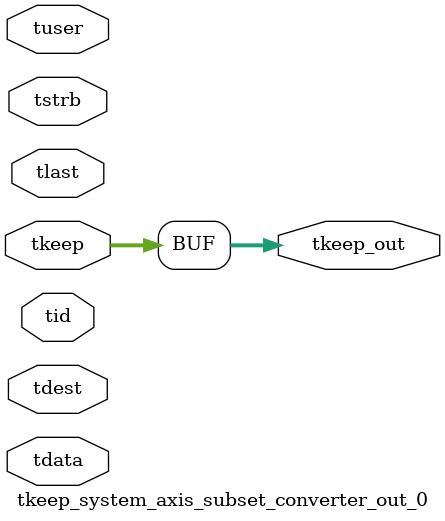
<source format=v>


`timescale 1ps/1ps

module tkeep_system_axis_subset_converter_out_0 #
(
parameter C_S_AXIS_TDATA_WIDTH = 32,
parameter C_S_AXIS_TUSER_WIDTH = 0,
parameter C_S_AXIS_TID_WIDTH   = 0,
parameter C_S_AXIS_TDEST_WIDTH = 0,
parameter C_M_AXIS_TDATA_WIDTH = 32
)
(
input  [(C_S_AXIS_TDATA_WIDTH == 0 ? 1 : C_S_AXIS_TDATA_WIDTH)-1:0     ] tdata,
input  [(C_S_AXIS_TUSER_WIDTH == 0 ? 1 : C_S_AXIS_TUSER_WIDTH)-1:0     ] tuser,
input  [(C_S_AXIS_TID_WIDTH   == 0 ? 1 : C_S_AXIS_TID_WIDTH)-1:0       ] tid,
input  [(C_S_AXIS_TDEST_WIDTH == 0 ? 1 : C_S_AXIS_TDEST_WIDTH)-1:0     ] tdest,
input  [(C_S_AXIS_TDATA_WIDTH/8)-1:0 ] tkeep,
input  [(C_S_AXIS_TDATA_WIDTH/8)-1:0 ] tstrb,
input                                                                    tlast,
output [(C_M_AXIS_TDATA_WIDTH/8)-1:0 ] tkeep_out
);

assign tkeep_out = {tkeep[3:0]};

endmodule


</source>
